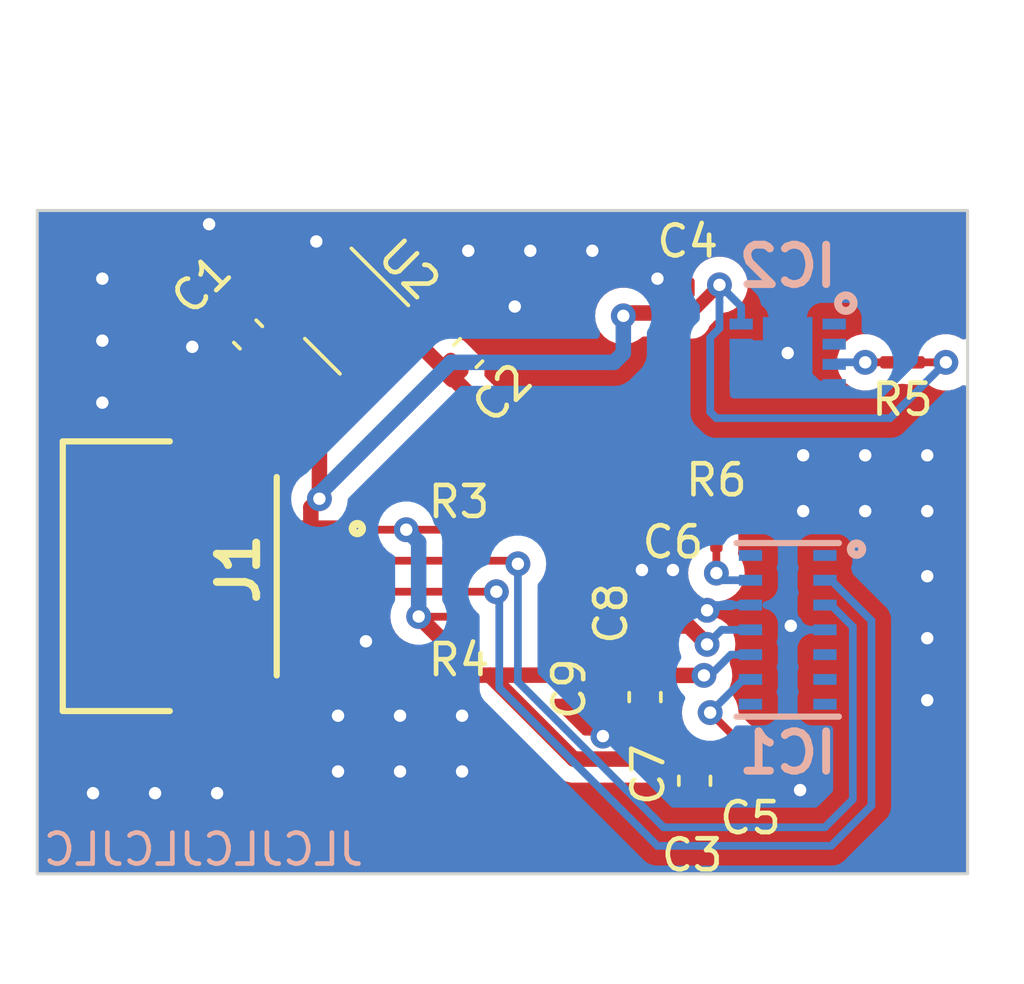
<source format=kicad_pcb>
(kicad_pcb (version 20221018) (generator pcbnew)
  (layers (0 "F.Cu" signal) (31 "B.Cu" signal) (34 "B.Paste" user) (35 "F.Paste" user) (36 "B.SilkS" user "B.Silkscreen") (37 "F.SilkS" user "F.Silkscreen") (38 "B.Mask" user) (39 "F.Mask" user) (44 "Edge.Cuts" user))
  (net 0 "")
  (net 1 "GND")
  (net 2 "+1V8")
  (net 3 "+3V3")
  (net 4 "/INT")
  (net 9 "/SDA")
  (net 10 "/SCL")
  (net 12 "/OS")
  (footprint "Capacitor_SMD:C_0201_0603Metric_Pad0.64x0.40mm_HandSolder" (layer "F.Cu") (at 150.9 91.9 -90)
    (fp_text reference "C5" (at 1.8 -0.3 -180) (layer "F.SilkS"))
    (fp_text value "0u1")
    (pad "1" smd roundrect (at -0.4075 0 270) (size 0.635 0.4) (layers "F.Cu" "F.Mask") (net 3 "+3V3"))
    (pad "2" smd roundrect (at 0.4075 0 270) (size 0.635 0.4) (layers "F.Cu" "F.Mask") (net 1 "GND"))
  )
  (footprint "Resistor_SMD:R_0201_0603Metric_Pad0.64x0.40mm_HandSolder" (layer "F.Cu") (at 150.1 84.4 90)
    (fp_text reference "R6" (at 1.6 0 180) (layer "F.SilkS"))
    (fp_text value "4k7")
    (pad "1" smd roundrect (at -0.4075 0 90) (size 0.635 0.4) (layers "F.Cu" "F.Mask") (net 4 "/INT"))
    (pad "2" smd roundrect (at 0.4075 0 90) (size 0.635 0.4) (layers "F.Cu" "F.Mask") (net 2 "+1V8"))
  )
  (footprint "Capacitor_SMD:C_0603_1608Metric" (layer "F.Cu") (at 147.8 89.8 -90)
    (fp_text reference "C7" (at 2.5 -0.1 -90) (layer "F.SilkS"))
    (fp_text value "10u")
    (fp_line (start -0.14058 -0.51) (end 0.14058 -0.51) (stroke (width 0.12)) (layer "F.SilkS"))
    (fp_line (start -0.14058 0.51) (end 0.14058 0.51) (stroke (width 0.12)) (layer "F.SilkS"))
    (pad "1" smd roundrect (at -0.775 0 270) (size 0.9 0.95) (layers "F.Cu" "F.Paste" "F.Mask") (net 3 "+3V3"))
    (pad "2" smd roundrect (at 0.775 0 270) (size 0.9 0.95) (layers "F.Cu" "F.Paste" "F.Mask") (net 1 "GND"))
  )
  (footprint "Capacitor_SMD:C_0201_0603Metric_Pad0.64x0.40mm_HandSolder" (layer "F.Cu") (at 147.7 87.1 -90)
    (fp_text reference "C8" (at 0 1 90) (layer "F.SilkS"))
    (fp_text value "0u7")
    (pad "1" smd roundrect (at -0.4075 0 270) (size 0.635 0.4) (layers "F.Cu" "F.Mask") (net 1 "GND"))
    (pad "2" smd roundrect (at 0.4075 0 270) (size 0.635 0.4) (layers "F.Cu" "F.Mask") (net 2 "+1V8"))
  )
  (footprint "52207-0460:0522070433" (layer "F.Cu") (at 135.923875 85.9 -90)
    (fp_text reference "J1" (at -0.239 1.236 -270) (layer "F.SilkS") (effects (font (size 1.27 1.27) (thickness 0.254))))
    (fp_text value "52207-0460" hide)
    (fp_line (start -4.35 3.45) (end -4.35 6.9) (stroke (width 0.2)) (layer "F.SilkS"))
    (fp_line (start -4.35 6.9) (end 4.35 6.9) (stroke (width 0.2)) (layer "F.SilkS"))
    (fp_line (start -3.2 0) (end 3.2 0) (stroke (width 0.2)) (layer "F.SilkS"))
    (fp_line (start 4.35 6.9) (end 4.35 3.45) (stroke (width 0.2)) (layer "F.SilkS"))
    (fp_circle (center -1.537 -2.599) (end -1.56325 -2.599) (stroke (width 0.254)) (fill none) (layer "F.SilkS"))
    (pad "1" smd rect (at -1.5 -1.1 270) (size 0.6 1.9) (layers "F.Cu" "F.Paste" "F.Mask") (net 3 "+3V3"))
    (pad "2" smd rect (at -0.5 -1.1 270) (size 0.6 1.9) (layers "F.Cu" "F.Paste" "F.Mask") (net 9 "/SDA"))
    (pad "3" smd rect (at 0.5 -1.1 270) (size 0.6 1.9) (layers "F.Cu" "F.Paste" "F.Mask") (net 10 "/SCL"))
    (pad "4" smd rect (at 1.5 -1.1 270) (size 0.6 1.9) (layers "F.Cu" "F.Paste" "F.Mask") (net 1 "GND"))
    (pad "5" smd rect (at -4.65 1.25 270) (size 2.1 2.8) (layers "F.Cu" "F.Paste" "F.Mask"))
    (pad "6" smd rect (at 4.65 1.25 270) (size 2.1 2.8) (layers "F.Cu" "F.Paste" "F.Mask"))
  )
  (footprint "Resistor_SMD:R_0201_0603Metric_Pad0.64x0.40mm_HandSolder" (layer "F.Cu") (at 141.8 85 90)
    (fp_text reference "R3" (at 1.5 0 180) (layer "F.SilkS"))
    (fp_text value "4.7k")
    (pad "1" smd roundrect (at -0.4075 0 90) (size 0.635 0.4) (layers "F.Cu" "F.Mask") (net 9 "/SDA"))
    (pad "2" smd roundrect (at 0.4075 0 90) (size 0.635 0.4) (layers "F.Cu" "F.Mask") (net 3 "+3V3"))
  )
  (footprint "Capacitor_SMD:C_0603_1608Metric" (layer "F.Cu") (at 149.4 92.5 -90)
    (fp_text reference "C3" (at 2.4 0.08) (layer "F.SilkS"))
    (fp_text value "10u")
    (fp_line (start -0.14058 -0.51) (end 0.14058 -0.51) (stroke (width 0.12)) (layer "F.SilkS"))
    (fp_line (start -0.14058 0.51) (end 0.14058 0.51) (stroke (width 0.12)) (layer "F.SilkS"))
    (pad "1" smd roundrect (at -0.775 0 270) (size 0.9 0.95) (layers "F.Cu" "F.Paste" "F.Mask") (net 3 "+3V3"))
    (pad "2" smd roundrect (at 0.775 0 270) (size 0.9 0.95) (layers "F.Cu" "F.Paste" "F.Mask") (net 1 "GND"))
  )
  (footprint "Resistor_SMD:R_0201_0603Metric_Pad0.64x0.40mm_HandSolder" (layer "F.Cu") (at 156.1 79)
    (fp_text reference "R5" (at 0 1.2) (layer "F.SilkS"))
    (fp_text value "4k7")
    (pad "1" smd roundrect (at -0.4075 0) (size 0.635 0.4) (layers "F.Cu" "F.Mask") (net 12 "/OS"))
    (pad "2" smd roundrect (at 0.4075 0) (size 0.635 0.4) (layers "F.Cu" "F.Mask") (net 3 "+3V3"))
  )
  (footprint "Capacitor_SMD:C_0603_1608Metric" (layer "F.Cu") (at 135 78.1 135)
    (fp_text reference "C1" (at 2.192031 0.070711 225) (layer "F.SilkS"))
    (fp_text value "2u2")
    (fp_line (start -0.14058 -0.51) (end 0.14058 -0.51) (stroke (width 0.12)) (layer "F.SilkS"))
    (fp_line (start -0.14058 0.51) (end 0.14058 0.51) (stroke (width 0.12)) (layer "F.SilkS"))
    (pad "1" smd roundrect (at -0.775 0 135) (size 0.9 0.95) (layers "F.Cu" "F.Paste" "F.Mask") (net 3 "+3V3"))
    (pad "2" smd roundrect (at 0.775 0 135) (size 0.9 0.95) (layers "F.Cu" "F.Paste" "F.Mask") (net 1 "GND"))
  )
  (footprint "Resistor_SMD:R_0201_0603Metric_Pad0.64x0.40mm_HandSolder" (layer "F.Cu") (at 141.8 86.8 -90)
    (fp_text reference "R4" (at 1.8 0) (layer "F.SilkS"))
    (fp_text value "4.7k")
    (pad "1" smd roundrect (at -0.4075 0 270) (size 0.635 0.4) (layers "F.Cu" "F.Mask") (net 10 "/SCL"))
    (pad "2" smd roundrect (at 0.4075 0 270) (size 0.635 0.4) (layers "F.Cu" "F.Mask") (net 3 "+3V3"))
  )
  (footprint "Package_TO_SOT_SMD:TSOT-23-5" (layer "F.Cu") (at 138.5 77.7 -45)
    (fp_text reference "U2" (at 0 -2.4 135) (layer "F.SilkS"))
    (fp_text value "ADP7182AUJZ-1.8")
    (fp_line (start 0 -1.56) (end -1.8 -1.56) (stroke (width 0.12)) (layer "F.SilkS"))
    (fp_line (start 0 -1.56) (end 0.8 -1.56) (stroke (width 0.12)) (layer "F.SilkS"))
    (fp_line (start 0 1.56) (end -0.8 1.56) (stroke (width 0.12)) (layer "F.SilkS"))
    (fp_line (start 0 1.56) (end 0.8 1.56) (stroke (width 0.12)) (layer "F.SilkS"))
    (pad "1" smd roundrect (at -1.1375 -0.95 315) (size 1.325 0.6) (layers "F.Cu" "F.Paste" "F.Mask") (net 1 "GND"))
    (pad "2" smd roundrect (at -1.1375 0 315) (size 1.325 0.6) (layers "F.Cu" "F.Paste" "F.Mask") (net 3 "+3V3"))
    (pad "3" smd roundrect (at -1.1375 0.95 315) (size 1.325 0.6) (layers "F.Cu" "F.Paste" "F.Mask") (net 3 "+3V3"))
    (pad "4" smd roundrect (at 1.1375 0.95 315) (size 1.325 0.6) (layers "F.Cu" "F.Paste" "F.Mask"))
    (pad "5" smd roundrect (at 1.1375 -0.95 315) (size 1.325 0.6) (layers "F.Cu" "F.Paste" "F.Mask") (net 2 "+1V8"))
  )
  (footprint "Capacitor_SMD:C_0201_0603Metric_Pad0.64x0.40mm_HandSolder" (layer "F.Cu") (at 149.2 77 90)
    (fp_text reference "C4" (at 1.905 -0.025) (layer "F.SilkS"))
    (fp_text value "0u1")
    (pad "1" smd roundrect (at -0.4075 0 90) (size 0.635 0.4) (layers "F.Cu" "F.Mask") (net 3 "+3V3"))
    (pad "2" smd roundrect (at 0.4075 0 90) (size 0.635 0.4) (layers "F.Cu" "F.Mask") (net 1 "GND"))
  )
  (footprint "Capacitor_SMD:C_0201_0603Metric_Pad0.64x0.40mm_HandSolder" (layer "F.Cu") (at 146.4 89.5 -90)
    (fp_text reference "C9" (at 0.03 1.05 90) (layer "F.SilkS"))
    (fp_text value "0u1")
    (pad "1" smd roundrect (at -0.4075 0 270) (size 0.635 0.4) (layers "F.Cu" "F.Mask") (net 3 "+3V3"))
    (pad "2" smd roundrect (at 0.4075 0 270) (size 0.635 0.4) (layers "F.Cu" "F.Mask") (net 1 "GND"))
  )
  (footprint "Capacitor_SMD:C_0201_0603Metric_Pad0.64x0.40mm_HandSolder" (layer "F.Cu") (at 148.685 87.1 -90)
    (fp_text reference "C6" (at -2.3 -0.015 -180) (layer "F.SilkS"))
    (fp_text value "4u7")
    (pad "1" smd roundrect (at -0.4075 0 270) (size 0.635 0.4) (layers "F.Cu" "F.Mask") (net 1 "GND"))
    (pad "2" smd roundrect (at 0.4075 0 270) (size 0.635 0.4) (layers "F.Cu" "F.Mask") (net 2 "+1V8"))
  )
  (footprint "Capacitor_SMD:C_0603_1608Metric" (layer "F.Cu") (at 142.1 78.7 45)
    (fp_text reference "C2" (at -0.141421 1.697056 45) (layer "F.SilkS"))
    (fp_text value "2u2")
    (fp_line (start -0.14058 -0.51) (end 0.14058 -0.51) (stroke (width 0.12)) (layer "F.SilkS"))
    (fp_line (start -0.14058 0.51) (end 0.14058 0.51) (stroke (width 0.12)) (layer "F.SilkS"))
    (pad "1" smd roundrect (at -0.775 0 45) (size 0.9 0.95) (layers "F.Cu" "F.Paste" "F.Mask") (net 2 "+1V8"))
    (pad "2" smd roundrect (at 0.775 0 45) (size 0.9 0.95) (layers "F.Cu" "F.Paste" "F.Mask") (net 1 "GND"))
  )
  (footprint "MAX30102EFD+:14-LEAD-OESIP" (layer "B.Cu") (at 152.4 87.63 180)
    (fp_text reference "IC1" (at 0 -3.97) (layer "B.SilkS") (effects (font (size 1.27 1.27) (thickness 0.254)) (justify mirror)))
    (fp_text value "MAX30102EFD+" hide)
    (fp_line (start -1.65 2.8) (end 1.65 2.8) (stroke (width 0.2)) (layer "B.SilkS"))
    (fp_line (start 1.65 -2.8) (end -1.65 -2.8) (stroke (width 0.2)) (layer "B.SilkS"))
    (fp_circle (center -2.219 2.603) (end -2.27867 2.603) (stroke (width 0.254)) (fill none) (layer "B.SilkS"))
    (pad "1" smd rect (at -1.2 2.4 90) (size 0.35 0.75) (layers "B.Cu" "B.Paste" "B.Mask"))
    (pad "2" smd rect (at -1.2 1.6 90) (size 0.35 0.75) (layers "B.Cu" "B.Paste" "B.Mask") (net 10 "/SCL"))
    (pad "3" smd rect (at -1.2 0.8 90) (size 0.35 0.75) (layers "B.Cu" "B.Paste" "B.Mask") (net 9 "/SDA"))
    (pad "4" smd rect (at -1.2 0 90) (size 0.35 0.75) (layers "B.Cu" "B.Paste" "B.Mask") (net 1 "GND"))
    (pad "5" smd rect (at -1.2 -0.8 90) (size 0.35 0.75) (layers "B.Cu" "B.Paste" "B.Mask"))
    (pad "6" smd rect (at -1.2 -1.6 90) (size 0.35 0.75) (layers "B.Cu" "B.Paste" "B.Mask"))
    (pad "7" smd rect (at -1.2 -2.4 90) (size 0.35 0.75) (layers "B.Cu" "B.Paste" "B.Mask"))
    (pad "8" smd rect (at 1.2 -2.4 90) (size 0.35 0.75) (layers "B.Cu" "B.Paste" "B.Mask"))
    (pad "9" smd rect (at 1.2 -1.6 90) (size 0.35 0.75) (layers "B.Cu" "B.Paste" "B.Mask") (net 3 "+3V3"))
    (pad "10" smd rect (at 1.2 -0.8 90) (size 0.35 0.75) (layers "B.Cu" "B.Paste" "B.Mask") (net 3 "+3V3"))
    (pad "11" smd rect (at 1.2 0 90) (size 0.35 0.75) (layers "B.Cu" "B.Paste" "B.Mask") (net 2 "+1V8"))
    (pad "12" smd rect (at 1.2 0.8 90) (size 0.35 0.75) (layers "B.Cu" "B.Paste" "B.Mask") (net 1 "GND"))
    (pad "13" smd rect (at 1.2 1.6 90) (size 0.35 0.75) (layers "B.Cu" "B.Paste" "B.Mask") (net 4 "/INT"))
    (pad "14" smd rect (at 1.2 2.4 90) (size 0.35 0.75) (layers "B.Cu" "B.Paste" "B.Mask"))
  )
  (footprint "MAX30205MTA+:SON65P300X300X80-9N" (layer "B.Cu") (at 152.4 78.74 180)
    (fp_text reference "IC2" (at 0 2.84) (layer "B.SilkS") (effects (font (size 1.27 1.27) (thickness 0.254)) (justify mirror)))
    (fp_text value "MAX30205MTA+" hide)
    (fp_circle (center -1.875 1.65) (end -1.75 1.65) (stroke (width 0.254)) (fill none) (layer "B.SilkS"))
    (pad "1" smd rect (at -1.5 0.975 90) (size 0.35 0.75) (layers "B.Cu" "B.Paste" "B.Mask") (net 9 "/SDA"))
    (pad "2" smd rect (at -1.5 0.325 90) (size 0.35 0.75) (layers "B.Cu" "B.Paste" "B.Mask") (net 10 "/SCL"))
    (pad "3" smd rect (at -1.5 -0.325 90) (size 0.35 0.75) (layers "B.Cu" "B.Paste" "B.Mask") (net 12 "/OS"))
    (pad "4" smd rect (at -1.5 -0.975 90) (size 0.35 0.75) (layers "B.Cu" "B.Paste" "B.Mask") (net 1 "GND"))
    (pad "5" smd rect (at 1.5 -0.975 90) (size 0.35 0.75) (layers "B.Cu" "B.Paste" "B.Mask") (net 1 "GND"))
    (pad "6" smd rect (at 1.5 -0.325 90) (size 0.35 0.75) (layers "B.Cu" "B.Paste" "B.Mask") (net 1 "GND"))
    (pad "7" smd rect (at 1.5 0.325 90) (size 0.35 0.75) (layers "B.Cu" "B.Paste" "B.Mask") (net 1 "GND"))
    (pad "8" smd rect (at 1.5 0.975 90) (size 0.35 0.75) (layers "B.Cu" "B.Paste" "B.Mask") (net 3 "+3V3"))
    (pad "9" smd rect (at 0 0 180) (size 1.6 2.4) (layers "B.Cu" "B.Paste" "B.Mask") (net 1 "GND"))
  )
  (gr_rect (start 128.2 74.1) (end 158.2 95.5) (stroke (width 0.1)) (fill none) (layer "Edge.Cuts"))
  (gr_text "JLCJLCJLCJLC" (at 138.8 95.3) (layer "B.SilkS") (effects (font (size 1 1)) (justify left bottom mirror)))
  (segment (start 137.023875 87.4) (end 138.2 87.4) (width 0.5) (layer "F.Cu") (net 1))
  (segment (start 147.7 86.6925) (end 147.7 85.7) (width 0.5) (layer "F.Cu") (net 1))
  (segment (start 138.2 87.4) (end 138.8 88) (width 0.5) (layer "F.Cu") (net 1))
  (segment (start 152.325 93.275) (end 152.8 92.8) (width 0.5) (layer "F.Cu") (net 1))
  (segment (start 146.5 91) (end 146.441086 91.058914) (width 0.25) (layer "F.Cu") (net 1))
  (segment (start 150.9 92.3075) (end 152.3075 92.3075) (width 0.4) (layer "F.Cu") (net 1))
  (segment (start 142.648008 78.151992) (end 143.6 77.2) (width 0.5) (layer "F.Cu") (net 1))
  (segment (start 147.725 90.575) (end 147.3 91) (width 0.5) (layer "F.Cu") (net 1))
  (segment (start 149.4 93.275) (end 152.325 93.275) (width 0.5) (layer "F.Cu") (net 1))
  (segment (start 147.3 91) (end 146.5 91) (width 0.5) (layer "F.Cu") (net 1))
  (segment (start 148.685 85.715) (end 148.7 85.7) (width 0.25) (layer "F.Cu") (net 1))
  (segment (start 148.4925 76.5925) (end 148.2 76.3) (width 0.25) (layer "F.Cu") (net 1))
  (segment (start 146.4 89.9075) (end 146.4 91.017828) (width 0.4) (layer "F.Cu") (net 1))
  (segment (start 148.685 86.6925) (end 148.685 85.715) (width 0.5) (layer "F.Cu") (net 1))
  (segment (start 134.451992 77.551992) (end 134.148008 77.551992) (width 0.5) (layer "F.Cu") (net 1))
  (segment (start 134.148008 77.551992) (end 133.2 78.5) (width 0.5) (layer "F.Cu") (net 1))
  (segment (start 138.323915 76.223915) (end 137.2 75.1) (width 0.5) (layer "F.Cu") (net 1))
  (segment (start 152.3075 92.3075) (end 152.8 92.8) (width 0.4) (layer "F.Cu") (net 1))
  (segment (start 147.8 90.575) (end 147.725 90.575) (width 0.25) (layer "F.Cu") (net 1))
  (segment (start 149.2 76.5925) (end 148.4925 76.5925) (width 0.25) (layer "F.Cu") (net 1))
  (segment (start 146.4 91.017828) (end 146.441086 91.058914) (width 0.25) (layer "F.Cu") (net 1))
  (segment (start 138.367417 76.223915) (end 138.323915 76.223915) (width 0.5) (layer "F.Cu") (net 1))
  (via (at 142.099999 75.4) (size 0.8) (drill 0.4) (layers "F.Cu" "B.Cu") (net 1))
  (via (at 132 92.9) (size 0.8) (drill 0.4) (layers "F.Cu" "B.Cu") (net 1))
  (via (at 139.9 92.2) (size 0.8) (drill 0.4) (layers "F.Cu" "B.Cu") (net 1))
  (via (at 146.441086 91.058914) (size 0.8) (drill 0.4) (layers "F.Cu" "B.Cu") (net 1))
  (via (at 141.9 92.2) (size 0.8) (drill 0.4) (layers "F.Cu" "B.Cu") (net 1))
  (via (at 156.9 83.8) (size 0.8) (drill 0.4) (layers "F.Cu" "B.Cu") (net 1))
  (via (at 152.9 83.8) (size 0.8) (drill 0.4) (layers "F.Cu" "B.Cu") (net 1))
  (via (at 134 92.9) (size 0.8) (drill 0.4) (layers "F.Cu" "B.Cu") (net 1))
  (via (at 156.9 87.900001) (size 0.8) (drill 0.4) (layers "F.Cu" "B.Cu") (net 1))
  (via (at 154.9 83.8) (size 0.8) (drill 0.4) (layers "F.Cu" "B.Cu") (net 1))
  (via (at 152.4 78.7) (size 0.8) (drill 0.4) (layers "F.Cu" "B.Cu") (net 1))
  (via (at 141.9 90.4) (size 0.8) (drill 0.4) (layers "F.Cu" "B.Cu") (net 1))
  (via (at 137.2 75.1) (size 0.8) (drill 0.4) (layers "F.Cu" "B.Cu") (net 1))
  (via (at 148.7 85.7) (size 0.8) (drill 0.4) (layers "F.Cu" "B.Cu") (net 1))
  (via (at 133.2 78.5) (size 0.8) (drill 0.4) (layers "F.Cu" "B.Cu") (net 1))
  (via (at 130.3 78.300001) (size 0.8) (drill 0.4) (layers "F.Cu" "B.Cu") (net 1))
  (via (at 146.100001 75.4) (size 0.8) (drill 0.4) (layers "F.Cu" "B.Cu") (net 1))
  (via (at 156.9 82) (size 0.8) (drill 0.4) (layers "F.Cu" "B.Cu") (net 1))
  (via (at 154.9 82) (size 0.8) (drill 0.4) (layers "F.Cu" "B.Cu") (net 1))
  (via (at 152.9 82) (size 0.8) (drill 0.4) (layers "F.Cu" "B.Cu") (net 1))
  (via (at 137.9 90.4) (size 0.8) (drill 0.4) (layers "F.Cu" "B.Cu") (net 1))
  (via (at 156.9 89.9) (size 0.8) (drill 0.4) (layers "F.Cu" "B.Cu") (net 1))
  (via (at 137.9 92.2) (size 0.8) (drill 0.4) (layers "F.Cu" "B.Cu") (net 1))
  (via (at 156.9 85.9) (size 0.8) (drill 0.4) (layers "F.Cu" "B.Cu") (net 1))
  (via (at 143.6 77.2) (size 0.8) (drill 0.4) (layers "F.Cu" "B.Cu") (net 1))
  (via (at 138.8 88) (size 0.8) (drill 0.4) (layers "F.Cu" "B.Cu") (net 1))
  (via (at 152.8 92.8) (size 0.8) (drill 0.4) (layers "F.Cu" "B.Cu") (net 1))
  (via (at 139.9 90.4) (size 0.8) (drill 0.4) (layers "F.Cu" "B.Cu") (net 1))
  (via (at 130.3 80.3) (size 0.8) (drill 0.4) (layers "F.Cu" "B.Cu") (net 1))
  (via (at 144.1 75.4) (size 0.8) (drill 0.4) (layers "F.Cu" "B.Cu") (net 1))
  (via (at 152.5 87.5) (size 0.8) (drill 0.4) (layers "F.Cu" "B.Cu") (net 1))
  (via (at 130 92.9) (size 0.8) (drill 0.4) (layers "F.Cu" "B.Cu") (net 1))
  (via (at 133.743503 74.543503) (size 0.8) (drill 0.4) (layers "F.Cu" "B.Cu") (net 1))
  (via (at 130.3 76.3) (size 0.8) (drill 0.4) (layers "F.Cu" "B.Cu") (net 1))
  (via (at 147.7 85.7) (size 0.8) (drill 0.4) (layers "F.Cu" "B.Cu") (net 1))
  (via (at 149.8 87) (size 0.8) (drill 0.4) (layers "F.Cu" "B.Cu") (net 1))
  (via (at 148.2 76.3) (size 0.8) (drill 0.4) (layers "F.Cu" "B.Cu") (net 1))
  (segment (start 152.075 79.065) (end 152.4 78.74) (width 0.25) (layer "B.Cu") (net 1))
  (segment (start 150.9 79.065) (end 152.075 79.065) (width 0.25) (layer "B.Cu") (net 1))
  (segment (start 152.4 78.74) (end 152.4 78.7) (width 0.25) (layer "B.Cu") (net 1))
  (segment (start 149.97 86.83) (end 151.2 86.83) (width 0.25) (layer "B.Cu") (net 1))
  (segment (start 150.9 79.715) (end 151.425 79.715) (width 0.25) (layer "B.Cu") (net 1))
  (segment (start 152.63 87.63) (end 152.5 87.5) (width 0.25) (layer "B.Cu") (net 1))
  (segment (start 149.8 87) (end 149.97 86.83) (width 0.25) (layer "B.Cu") (net 1))
  (segment (start 153.9 79.715) (end 153.375 79.715) (width 0.25) (layer "B.Cu") (net 1))
  (segment (start 152.075 78.415) (end 152.4 78.74) (width 0.25) (layer "B.Cu") (net 1))
  (segment (start 153.375 79.715) (end 152.4 78.74) (width 0.25) (layer "B.Cu") (net 1))
  (segment (start 151.425 79.715) (end 152.4 78.74) (width 0.25) (layer "B.Cu") (net 1))
  (segment (start 150.9 78.415) (end 152.075 78.415) (width 0.25) (layer "B.Cu") (net 1))
  (segment (start 153.6 87.63) (end 152.63 87.63) (width 0.25) (layer "B.Cu") (net 1))
  (segment (start 142.742983 80.657017) (end 142.742983 80.642983) (width 0.5) (layer "F.Cu") (net 2))
  (segment (start 149.2075 87.5075) (end 147.1 87.5075) (width 0.5) (layer "F.Cu") (net 2))
  (segment (start 149.6 83.3) (end 145.385966 83.3) (width 0.25) (layer "F.Cu") (net 2))
  (segment (start 145.8 83.714034) (end 145.8 86.7) (width 0.5) (layer "F.Cu") (net 2))
  (segment (start 149.8 88.1) (end 149.2075 87.5075) (width 0.5) (layer "F.Cu") (net 2))
  (segment (start 145.8 86.7) (end 146.6075 87.5075) (width 0.5) (layer "F.Cu") (net 2))
  (segment (start 145.042983 82.957017) (end 145.8 83.714034) (width 0.5) (layer "F.Cu") (net 2))
  (segment (start 142.742983 80.657017) (end 145.042983 82.957017) (width 0.5) (layer "F.Cu") (net 2))
  (segment (start 146.6075 87.5075) (end 147.1 87.5075) (width 0.5) (layer "F.Cu") (net 2))
  (segment (start 142.742983 80.642983) (end 140.169848 78.069848) (width 0.5) (layer "F.Cu") (net 2))
  (segment (start 150.1 83.9925) (end 150.1 83.8) (width 0.25) (layer "F.Cu") (net 2))
  (segment (start 145.385966 83.3) (end 145.042983 82.957017) (width 0.25) (layer "F.Cu") (net 2))
  (segment (start 150.1 83.8) (end 149.6 83.3) (width 0.25) (layer "F.Cu") (net 2))
  (via (at 149.8 88.1) (size 0.8) (drill 0.4) (layers "F.Cu" "B.Cu") (net 2))
  (segment (start 149.8 88.1) (end 150.27 87.63) (width 0.25) (layer "B.Cu") (net 2))
  (segment (start 150.27 87.63) (end 151.2 87.63) (width 0.25) (layer "B.Cu") (net 2))
  (segment (start 149.2925 77.4075) (end 150.2 76.5) (width 0.4) (layer "F.Cu") (net 3))
  (segment (start 150.9 91.4925) (end 150.9 91.3) (width 0.25) (layer "F.Cu") (net 3))
  (segment (start 135.548008 78.648008) (end 135.943324 78.648008) (width 0.5) (layer "F.Cu") (net 3))
  (segment (start 137.3 80.3) (end 135.648008 78.648008) (width 0.5) (layer "F.Cu") (net 3))
  (segment (start 140.5075 87.2075) (end 140.5 87.2) (width 0.25) (layer "F.Cu") (net 3))
  (segment (start 141.8 84.5925) (end 141.6075 84.4) (width 0.25) (layer "F.Cu") (net 3))
  (segment (start 137.3 83.4) (end 137.3 80.3) (width 0.5) (layer "F.Cu") (net 3))
  (segment (start 149.589632 89.210368) (end 149.7 89.1) (width 0.25) (layer "F.Cu") (net 3))
  (segment (start 145.5 91.8) (end 142.7925 89.0925) (width 0.5) (layer "F.Cu") (net 3))
  (segment (start 137.695666 76.895666) (end 137.023915 77.567417) (width 0.5) (layer "F.Cu") (net 3))
  (segment (start 156.5075 79) (end 157.5 79) (width 0.25) (layer "F.Cu") (net 3))
  (segment (start 141.8 87.2075) (end 140.5075 87.2075) (width 0.25) (layer "F.Cu") (net 3))
  (segment (start 149.6325 91.4925) (end 149.4 91.725) (width 0.25) (layer "F.Cu") (net 3))
  (segment (start 149.2 77.4075) (end 149.2925 77.4075) (width 0.25) (layer "F.Cu") (net 3))
  (segment (start 149.7 89.1) (end 146.4075 89.1) (width 0.5) (layer "F.Cu") (net 3))
  (segment (start 137.023875 84.4) (end 137.023875 83.676125) (width 0.5) (layer "F.Cu") (net 3))
  (segment (start 147.7325 89.0925) (end 147.8 89.025) (width 0.25) (layer "F.Cu") (net 3))
  (segment (start 140.1 84.4) (end 137.023875 84.4) (width 0.25) (layer "F.Cu") (net 3))
  (segment (start 149.325 91.8) (end 145.5 91.8) (width 0.5) (layer "F.Cu") (net 3))
  (segment (start 135.648008 78.648008) (end 135.548008 78.648008) (width 0.5) (layer "F.Cu") (net 3))
  (segment (start 142.7925 89.0925) (end 142.3925 89.0925) (width 0.25) (layer "F.Cu") (net 3))
  (segment (start 135.943324 78.648008) (end 137.023915 77.567417) (width 0.5) (layer "F.Cu") (net 3))
  (segment (start 146.4 89.0925) (end 142.3925 89.0925) (width 0.5) (layer "F.Cu") (net 3))
  (segment (start 150.9 91.4925) (end 149.6325 91.4925) (width 0.25) (layer "F.Cu") (net 3))
  (segment (start 149.4 91.725) (end 149.325 91.8) (width 0.25) (layer "F.Cu") (net 3))
  (segment (start 146.4075 89.1) (end 146.4 89.0925) (width 0.25) (layer "F.Cu") (net 3))
  (segment (start 137.023875 83.676125) (end 137.3 83.4) (width 0.5) (layer "F.Cu") (net 3))
  (segment (start 149.2 77.4075) (end 147.1925 77.4075) (width 0.5) (layer "F.Cu") (net 3))
  (segment (start 150.9 91.3) (end 149.9 90.3) (width 0.25) (layer "F.Cu") (net 3))
  (segment (start 142.3925 89.0925) (end 140.5 87.2) (width 0.5) (layer "F.Cu") (net 3))
  (segment (start 147.1925 77.4075) (end 147.1 77.5) (width 0.25) (layer "F.Cu") (net 3))
  (segment (start 141.6075 84.4) (end 140.1 84.4) (width 0.25) (layer "F.Cu") (net 3))
  (via (at 157.5 79) (size 0.8) (drill 0.4) (layers "F.Cu" "B.Cu") (net 3))
  (via (at 140.5 87.2) (size 0.8) (drill 0.4) (layers "F.Cu" "B.Cu") (net 3))
  (via (at 149.7 89.1) (size 0.8) (drill 0.4) (layers "F.Cu" "B.Cu") (net 3))
  (via (at 140.1 84.4) (size 0.8) (drill 0.4) (layers "F.Cu" "B.Cu") (net 3))
  (via (at 147.1 77.5) (size 0.8) (drill 0.4) (layers "F.Cu" "B.Cu") (net 3))
  (via (at 149.9 90.3) (size 0.8) (drill 0.4) (layers "F.Cu" "B.Cu") (net 3))
  (via (at 137.3 83.4) (size 0.8) (drill 0.4) (layers "F.Cu" "B.Cu") (net 3))
  (via (at 150.2 76.5) (size 0.8) (drill 0.4) (layers "F.Cu" "B.Cu") (net 3))
  (segment (start 150.9 77.2) (end 150.2 76.5) (width 0.25) (layer "B.Cu") (net 3))
  (segment (start 149.9 80.6) (end 149.9 78.2) (width 0.25) (layer "B.Cu") (net 3))
  (segment (start 147.1 78.7) (end 147.1 77.5) (width 0.5) (layer "B.Cu") (net 3))
  (segment (start 150.9 77.765) (end 150.9 77.2) (width 0.25) (layer "B.Cu") (net 3))
  (segment (start 157.5 79) (end 155.7 80.8) (width 0.25) (layer "B.Cu") (net 3))
  (segment (start 149.7 89.1) (end 149.9 89.1) (width 0.25) (layer "B.Cu") (net 3))
  (segment (start 150.2 76.5) (end 150.2 77.065) (width 0.25) (layer "B.Cu") (net 3))
  (segment (start 140.5 84.8) (end 140.1 84.4) (width 0.5) (layer "B.Cu") (net 3))
  (segment (start 141.540344 79) (end 146.8 79) (width 0.5) (layer "B.Cu") (net 3))
  (segment (start 150.1 80.8) (end 149.9 80.6) (width 0.25) (layer "B.Cu") (net 3))
  (segment (start 155.7 80.8) (end 150.1 80.8) (width 0.25) (layer "B.Cu") (net 3))
  (segment (start 150.97 89.23) (end 151.2 89.23) (width 0.25) (layer "B.Cu") (net 3))
  (segment (start 146.8 79) (end 147.1 78.7) (width 0.5) (layer "B.Cu") (net 3))
  (segment (start 149.9 90.3) (end 150.97 89.23) (width 0.25) (layer "B.Cu") (net 3))
  (segment (start 137.3 83.4) (end 137.3 83.240344) (width 0.5) (layer "B.Cu") (net 3))
  (segment (start 149.9 78.2) (end 150.2 77.9) (width 0.25) (layer "B.Cu") (net 3))
  (segment (start 150.2 77.9) (end 150.2 77.065) (width 0.25) (layer "B.Cu") (net 3))
  (segment (start 150.57 88.43) (end 151.2 88.43) (width 0.25) (layer "B.Cu") (net 3))
  (segment (start 149.9 89.1) (end 150.57 88.43) (width 0.25) (layer "B.Cu") (net 3))
  (segment (start 137.3 83.240344) (end 141.540344 79) (width 0.5) (layer "B.Cu") (net 3))
  (segment (start 140.5 87.2) (end 140.5 84.8) (width 0.5) (layer "B.Cu") (net 3))
  (segment (start 150.1 85.8) (end 150.1 84.8075) (width 0.25) (layer "F.Cu") (net 4))
  (via (at 150.1 85.8) (size 0.8) (drill 0.4) (layers "F.Cu" "B.Cu") (net 4))
  (segment (start 150.33 86.03) (end 151.2 86.03) (width 0.25) (layer "B.Cu") (net 4))
  (segment (start 150.1 85.8) (end 150.33 86.03) (width 0.25) (layer "B.Cu") (net 4))
  (segment (start 138.223875 85.4) (end 137.023875 85.4) (width 0.25) (layer "F.Cu") (net 9))
  (segment (start 143.6 85.4) (end 143.7 85.5) (width 0.25) (layer "F.Cu") (net 9))
  (segment (start 138.223875 85.4) (end 143.6 85.4) (width 0.25) (layer "F.Cu") (net 9))
  (via (at 143.7 85.5) (size 0.8) (drill 0.4) (layers "F.Cu" "B.Cu") (net 9))
  (segment (start 154.5 87.53) (end 153.8 86.83) (width 0.25) (layer "B.Cu") (net 9))
  (segment (start 143.7 85.5) (end 143.7 89.3) (width 0.25) (layer "B.Cu") (net 9))
  (segment (start 153.8 86.83) (end 153.6 86.83) (width 0.25) (layer "B.Cu") (net 9))
  (segment (start 153.6 94) (end 154.5 93.1) (width 0.25) (layer "B.Cu") (net 9))
  (segment (start 143.7 89.3) (end 148.4 94) (width 0.25) (layer "B.Cu") (net 9))
  (segment (start 154.5 93.1) (end 154.5 87.53) (width 0.25) (layer "B.Cu") (net 9))
  (segment (start 148.4 94) (end 153.6 94) (width 0.25) (layer "B.Cu") (net 9))
  (segment (start 137.023875 86.4) (end 143.0055 86.4) (width 0.25) (layer "F.Cu") (net 10))
  (via (at 143.0055 86.4) (size 0.8) (drill 0.4) (layers "F.Cu" "B.Cu") (net 10))
  (segment (start 153.8 86.03) (end 155.1 87.33) (width 0.25) (layer "B.Cu") (net 10))
  (segment (start 155.1 93.3) (end 153.8 94.6) (width 0.25) (layer "B.Cu") (net 10))
  (segment (start 153.8 94.6) (end 148.2 94.6) (width 0.25) (layer "B.Cu") (net 10))
  (segment (start 143.1 89.5) (end 143.1 86.4) (width 0.25) (layer "B.Cu") (net 10))
  (segment (start 143.1 86.4) (end 143.0055 86.4) (width 0.25) (layer "B.Cu") (net 10))
  (segment (start 155.1 87.33) (end 155.1 93.3) (width 0.25) (layer "B.Cu") (net 10))
  (segment (start 148.2 94.6) (end 143.1 89.5) (width 0.25) (layer "B.Cu") (net 10))
  (segment (start 153.6 86.03) (end 153.8 86.03) (width 0.25) (layer "B.Cu") (net 10))
  (segment (start 154.9 79) (end 155.5925 79) (width 0.25) (layer "F.Cu") (net 12))
  (via (at 154.9 79) (size 0.8) (drill 0.4) (layers "F.Cu" "B.Cu") (net 12))
  (segment (start 154.9 79) (end 153.965 79) (width 0.25) (layer "B.Cu") (net 12))
  (segment (start 153.965 79) (end 153.9 79.065) (width 0.25) (layer "B.Cu") (net 12))
  (zone (net 1) (net_name "GND") (layers "F&B.Cu") (connect_pads yes (clearance 0.508)) (min_thickness 0.254) (fill yes (thermal_gap 0.508) (thermal_bridge_width 0.508))
    (polygon (pts (xy 160.02 99.06) (xy 127 99.06) (xy 127 67.31) (xy 160.02 67.31)))
  )
)
</source>
